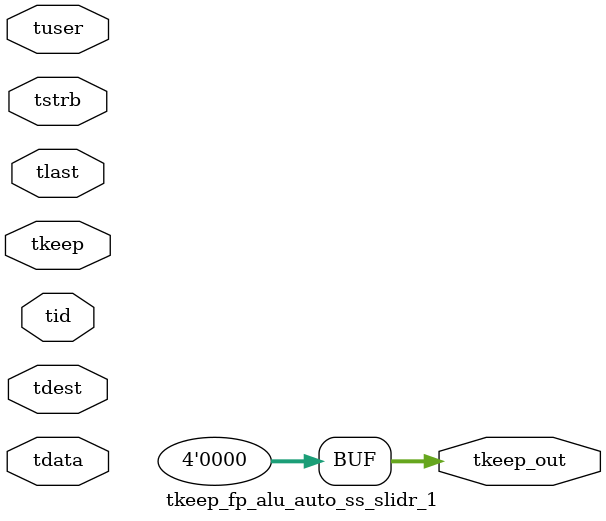
<source format=v>


`timescale 1ps/1ps

module tkeep_fp_alu_auto_ss_slidr_1 #
(
parameter C_S_AXIS_TDATA_WIDTH = 32,
parameter C_S_AXIS_TUSER_WIDTH = 0,
parameter C_S_AXIS_TID_WIDTH   = 0,
parameter C_S_AXIS_TDEST_WIDTH = 0,
parameter C_M_AXIS_TDATA_WIDTH = 32
)
(
input  [(C_S_AXIS_TDATA_WIDTH == 0 ? 1 : C_S_AXIS_TDATA_WIDTH)-1:0     ] tdata,
input  [(C_S_AXIS_TUSER_WIDTH == 0 ? 1 : C_S_AXIS_TUSER_WIDTH)-1:0     ] tuser,
input  [(C_S_AXIS_TID_WIDTH   == 0 ? 1 : C_S_AXIS_TID_WIDTH)-1:0       ] tid,
input  [(C_S_AXIS_TDEST_WIDTH == 0 ? 1 : C_S_AXIS_TDEST_WIDTH)-1:0     ] tdest,
input  [(C_S_AXIS_TDATA_WIDTH/8)-1:0 ] tkeep,
input  [(C_S_AXIS_TDATA_WIDTH/8)-1:0 ] tstrb,
input                                                                    tlast,
output [(C_M_AXIS_TDATA_WIDTH/8)-1:0 ] tkeep_out
);

assign tkeep_out = {1'b0};

endmodule


</source>
